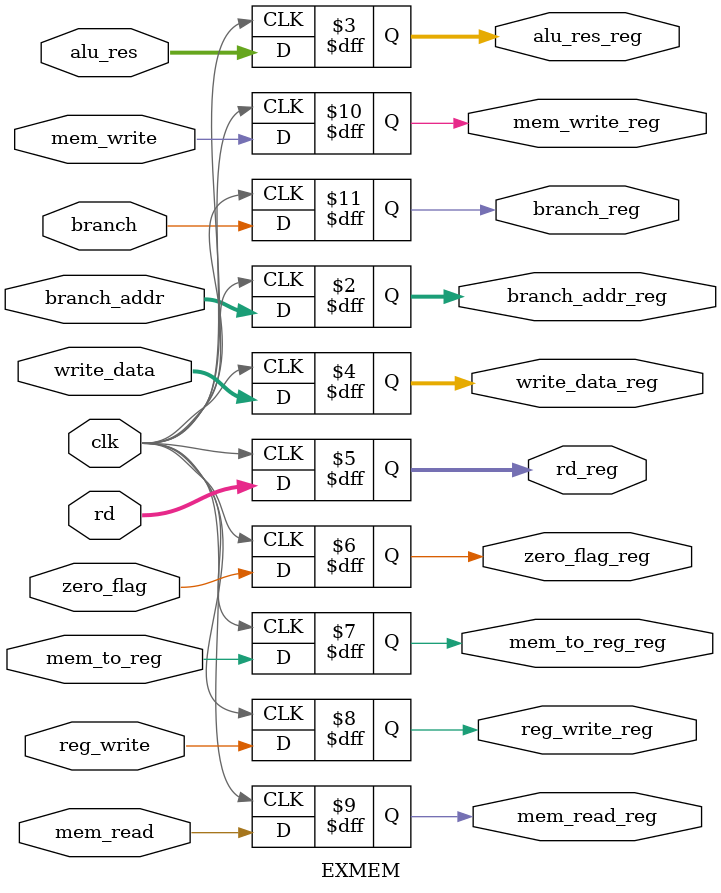
<source format=v>
module EXMEM(clk, branch_addr, zero_flag, alu_res, write_data,
	mem_to_reg, reg_write, rd, mem_read, mem_write, branch,

	branch_addr_reg, zero_flag_reg, alu_res_reg,
	write_data_reg, mem_to_reg_reg, reg_write_reg,
	rd_reg, mem_read_reg, mem_write_reg, branch_reg);

input [31:0] branch_addr, alu_res, write_data;
input [4:0] rd;
input clk, zero_flag, mem_to_reg, reg_write, mem_read, mem_write, branch;

output reg [31:0] branch_addr_reg, alu_res_reg, write_data_reg;
output reg [4:0] rd_reg;
output reg zero_flag_reg, mem_to_reg_reg, reg_write_reg, mem_read_reg, mem_write_reg, branch_reg;

always @ (posedge clk)
begin
	// what about stalling?
	branch_addr_reg <= branch_addr;
	alu_res_reg <= alu_res;
	write_data_reg <= write_data;
	rd_reg <= rd;
	zero_flag_reg <= zero_flag;
	mem_to_reg_reg <= mem_to_reg;
	reg_write_reg <= reg_write;
	mem_read_reg <= mem_read;
	mem_write_reg <= mem_write;
	branch_reg <= branch;
end

endmodule
</source>
